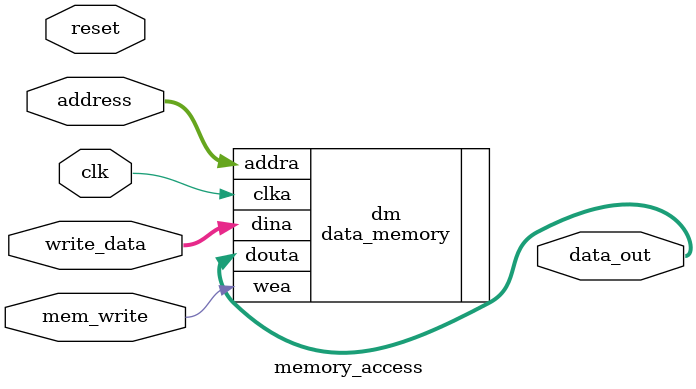
<source format=v>
`timescale 1ns / 1ps
module memory_access(
		input [6:0] address, 	//indica la direccion que se va a leer o escribir
		input [31:0] write_data,//datos que se van a escribir a la memoria
		input mem_write,			//si es 1 se escribe en memoria, si es 0 se lee
		input reset,
		input clk,
		output [31:0] data_out 
    );
data_memory dm (
	.clka(clk),
	.wea(mem_write),
	.addra(address),
	.dina(write_data),
	.douta(data_out)
	);

endmodule

</source>
